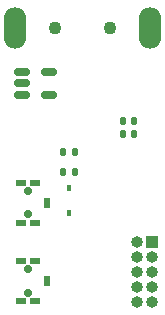
<source format=gbs>
G04 #@! TF.GenerationSoftware,KiCad,Pcbnew,(6.0.4-0)*
G04 #@! TF.CreationDate,2022-05-04T20:04:52-04:00*
G04 #@! TF.ProjectId,pico_ducky_pcb,7069636f-5f64-4756-936b-795f7063622e,rev?*
G04 #@! TF.SameCoordinates,Original*
G04 #@! TF.FileFunction,Soldermask,Bot*
G04 #@! TF.FilePolarity,Negative*
%FSLAX46Y46*%
G04 Gerber Fmt 4.6, Leading zero omitted, Abs format (unit mm)*
G04 Created by KiCad (PCBNEW (6.0.4-0)) date 2022-05-04 20:04:52*
%MOMM*%
%LPD*%
G01*
G04 APERTURE LIST*
G04 Aperture macros list*
%AMRoundRect*
0 Rectangle with rounded corners*
0 $1 Rounding radius*
0 $2 $3 $4 $5 $6 $7 $8 $9 X,Y pos of 4 corners*
0 Add a 4 corners polygon primitive as box body*
4,1,4,$2,$3,$4,$5,$6,$7,$8,$9,$2,$3,0*
0 Add four circle primitives for the rounded corners*
1,1,$1+$1,$2,$3*
1,1,$1+$1,$4,$5*
1,1,$1+$1,$6,$7*
1,1,$1+$1,$8,$9*
0 Add four rect primitives between the rounded corners*
20,1,$1+$1,$2,$3,$4,$5,0*
20,1,$1+$1,$4,$5,$6,$7,0*
20,1,$1+$1,$6,$7,$8,$9,0*
20,1,$1+$1,$8,$9,$2,$3,0*%
G04 Aperture macros list end*
%ADD10C,1.100000*%
%ADD11O,1.900000X3.500000*%
%ADD12C,0.711200*%
%ADD13R,0.812800X0.508000*%
%ADD14R,0.508000X0.889000*%
%ADD15RoundRect,0.150000X-0.512500X-0.150000X0.512500X-0.150000X0.512500X0.150000X-0.512500X0.150000X0*%
%ADD16RoundRect,0.140000X0.140000X0.170000X-0.140000X0.170000X-0.140000X-0.170000X0.140000X-0.170000X0*%
%ADD17R,0.450000X0.600000*%
%ADD18RoundRect,0.135000X0.135000X0.185000X-0.135000X0.185000X-0.135000X-0.185000X0.135000X-0.185000X0*%
%ADD19R,1.000000X1.000000*%
%ADD20O,1.000000X1.000000*%
G04 APERTURE END LIST*
D10*
X84700000Y-43100000D03*
X89300000Y-43100000D03*
D11*
X81300000Y-43100000D03*
X92700000Y-43100000D03*
D12*
X82354200Y-56899999D03*
X82354200Y-58900001D03*
D13*
X81754201Y-59600002D03*
X81754201Y-56199998D03*
X82954199Y-56199998D03*
D14*
X84004199Y-57900000D03*
D13*
X82954199Y-59600002D03*
D15*
X81862500Y-48750000D03*
X81862500Y-47800000D03*
X81862500Y-46850000D03*
X84137500Y-46850000D03*
X84137500Y-48750000D03*
D16*
X91380000Y-52100000D03*
X90420000Y-52100000D03*
X91380000Y-51000000D03*
X90420000Y-51000000D03*
D17*
X85850000Y-58800000D03*
X85850000Y-56700000D03*
D12*
X82354200Y-65550001D03*
X82354200Y-63549999D03*
D13*
X81754201Y-66250002D03*
X81754201Y-62849998D03*
X82954199Y-62849998D03*
D14*
X84004199Y-64550000D03*
D13*
X82954199Y-66250002D03*
D18*
X86360000Y-55300000D03*
X85340000Y-55300000D03*
D16*
X86330000Y-53600000D03*
X85370000Y-53600000D03*
D19*
X92860000Y-61200000D03*
D20*
X91590000Y-61200000D03*
X92860000Y-62470000D03*
X91590000Y-62470000D03*
X92860000Y-63740000D03*
X91590000Y-63740000D03*
X92860000Y-65010000D03*
X91590000Y-65010000D03*
X92860000Y-66280000D03*
X91590000Y-66280000D03*
M02*

</source>
